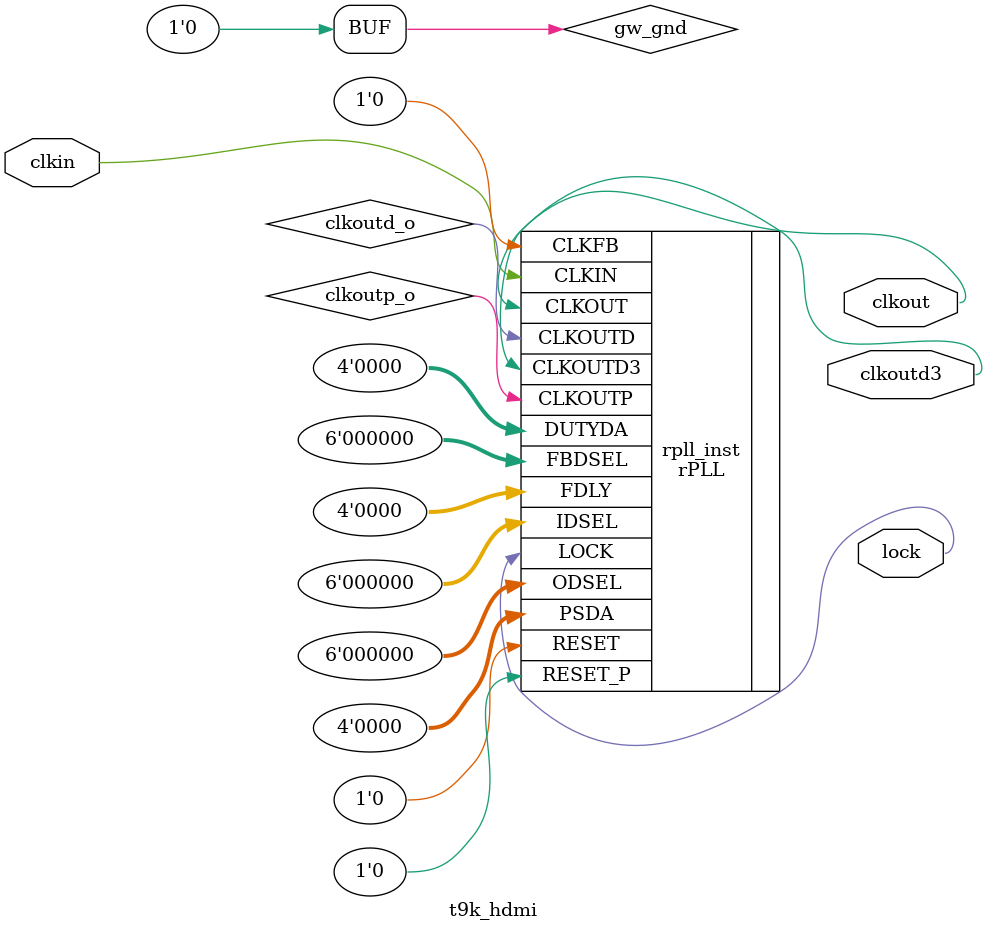
<source format=v>

module t9k_hdmi (clkout, lock, clkoutd3, clkin);

output clkout;
output lock;
output clkoutd3;
input clkin;

wire clkoutp_o;
wire clkoutd_o;
wire gw_gnd;

assign gw_gnd = 1'b0;

rPLL rpll_inst (
    .CLKOUT(clkout),
    .LOCK(lock),
    .CLKOUTP(clkoutp_o),
    .CLKOUTD(clkoutd_o),
    .CLKOUTD3(clkoutd3),
    .RESET(gw_gnd),
    .RESET_P(gw_gnd),
    .CLKIN(clkin),
    .CLKFB(gw_gnd),
    .FBDSEL({gw_gnd,gw_gnd,gw_gnd,gw_gnd,gw_gnd,gw_gnd}),
    .IDSEL({gw_gnd,gw_gnd,gw_gnd,gw_gnd,gw_gnd,gw_gnd}),
    .ODSEL({gw_gnd,gw_gnd,gw_gnd,gw_gnd,gw_gnd,gw_gnd}),
    .PSDA({gw_gnd,gw_gnd,gw_gnd,gw_gnd}),
    .DUTYDA({gw_gnd,gw_gnd,gw_gnd,gw_gnd}),
    .FDLY({gw_gnd,gw_gnd,gw_gnd,gw_gnd})
);

defparam rpll_inst.FCLKIN = "27";
defparam rpll_inst.DYN_IDIV_SEL = "false";
defparam rpll_inst.IDIV_SEL = 3;
defparam rpll_inst.DYN_FBDIV_SEL = "false";
defparam rpll_inst.FBDIV_SEL = 54;
defparam rpll_inst.DYN_ODIV_SEL = "false";
defparam rpll_inst.ODIV_SEL = 2;
defparam rpll_inst.PSDA_SEL = "0000";
defparam rpll_inst.DYN_DA_EN = "true";
defparam rpll_inst.DUTYDA_SEL = "1000";
defparam rpll_inst.CLKOUT_FT_DIR = 1'b1;
defparam rpll_inst.CLKOUTP_FT_DIR = 1'b1;
defparam rpll_inst.CLKOUT_DLY_STEP = 0;
defparam rpll_inst.CLKOUTP_DLY_STEP = 0;
defparam rpll_inst.CLKFB_SEL = "internal";
defparam rpll_inst.CLKOUT_BYPASS = "false";
defparam rpll_inst.CLKOUTP_BYPASS = "false";
defparam rpll_inst.CLKOUTD_BYPASS = "false";
defparam rpll_inst.DYN_SDIV_SEL = 2;
defparam rpll_inst.CLKOUTD_SRC = "CLKOUT";
defparam rpll_inst.CLKOUTD3_SRC = "CLKOUT";
defparam rpll_inst.DEVICE = "GW1NR-9C";

endmodule //t9k_hdmi

</source>
